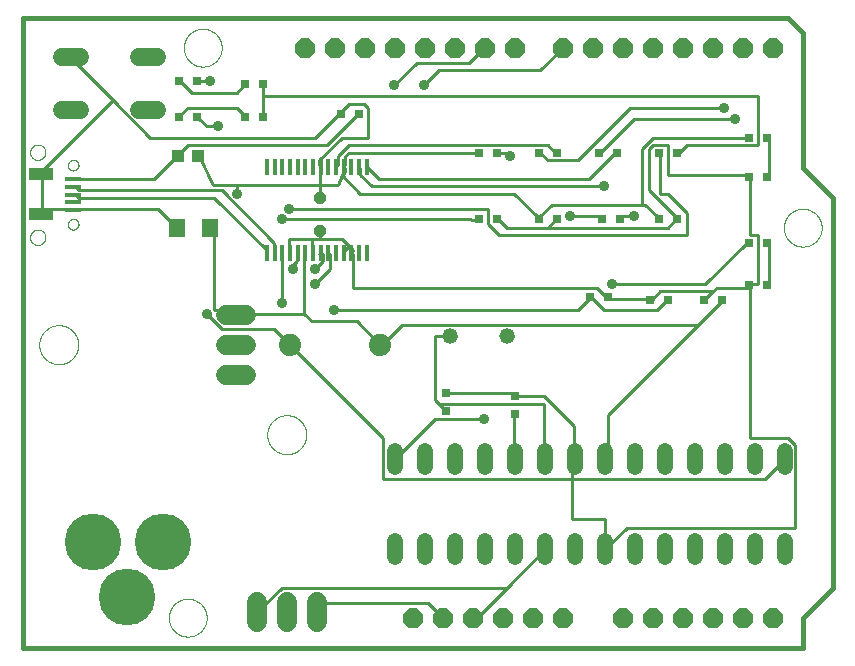
<source format=gtl>
G75*
%MOIN*%
%OFA0B0*%
%FSLAX25Y25*%
%IPPOS*%
%LPD*%
%AMOC8*
5,1,8,0,0,1.08239X$1,22.5*
%
%ADD10C,0.01600*%
%ADD11C,0.06600*%
%ADD12C,0.00000*%
%ADD13C,0.05200*%
%ADD14C,0.06000*%
%ADD15OC8,0.06600*%
%ADD16C,0.18898*%
%ADD17C,0.05200*%
%ADD18C,0.07400*%
%ADD19R,0.03150X0.03150*%
%ADD20R,0.05512X0.06299*%
%ADD21R,0.04331X0.03937*%
%ADD22R,0.01370X0.05500*%
%ADD23R,0.05315X0.01378*%
%ADD24R,0.08268X0.04331*%
%ADD25C,0.01000*%
%ADD26C,0.03600*%
%ADD27OC8,0.03962*%
D10*
X0027000Y0006800D02*
X0027000Y0216800D01*
X0282000Y0216800D01*
X0287000Y0211800D01*
X0287000Y0166800D01*
X0297000Y0156800D01*
X0297000Y0026800D01*
X0287000Y0016800D01*
X0287000Y0006800D01*
X0027000Y0006800D01*
D11*
X0105000Y0015500D02*
X0105000Y0022100D01*
X0115000Y0022100D02*
X0115000Y0015500D01*
X0125000Y0015500D02*
X0125000Y0022100D01*
X0101300Y0097800D02*
X0094700Y0097800D01*
X0094700Y0107800D02*
X0101300Y0107800D01*
X0101300Y0117800D02*
X0094700Y0117800D01*
D12*
X0042039Y0147957D02*
X0042041Y0148041D01*
X0042047Y0148124D01*
X0042057Y0148207D01*
X0042071Y0148290D01*
X0042088Y0148372D01*
X0042110Y0148453D01*
X0042135Y0148532D01*
X0042164Y0148611D01*
X0042197Y0148688D01*
X0042233Y0148763D01*
X0042273Y0148837D01*
X0042316Y0148909D01*
X0042363Y0148978D01*
X0042413Y0149045D01*
X0042466Y0149110D01*
X0042522Y0149172D01*
X0042580Y0149232D01*
X0042642Y0149289D01*
X0042706Y0149342D01*
X0042773Y0149393D01*
X0042842Y0149440D01*
X0042913Y0149485D01*
X0042986Y0149525D01*
X0043061Y0149562D01*
X0043138Y0149596D01*
X0043216Y0149626D01*
X0043295Y0149652D01*
X0043376Y0149675D01*
X0043458Y0149693D01*
X0043540Y0149708D01*
X0043623Y0149719D01*
X0043706Y0149726D01*
X0043790Y0149729D01*
X0043874Y0149728D01*
X0043957Y0149723D01*
X0044041Y0149714D01*
X0044123Y0149701D01*
X0044205Y0149685D01*
X0044286Y0149664D01*
X0044367Y0149640D01*
X0044445Y0149612D01*
X0044523Y0149580D01*
X0044599Y0149544D01*
X0044673Y0149505D01*
X0044745Y0149463D01*
X0044815Y0149417D01*
X0044883Y0149368D01*
X0044948Y0149316D01*
X0045011Y0149261D01*
X0045071Y0149203D01*
X0045129Y0149142D01*
X0045183Y0149078D01*
X0045235Y0149012D01*
X0045283Y0148944D01*
X0045328Y0148873D01*
X0045369Y0148800D01*
X0045408Y0148726D01*
X0045442Y0148650D01*
X0045473Y0148572D01*
X0045500Y0148493D01*
X0045524Y0148412D01*
X0045543Y0148331D01*
X0045559Y0148249D01*
X0045571Y0148166D01*
X0045579Y0148082D01*
X0045583Y0147999D01*
X0045583Y0147915D01*
X0045579Y0147832D01*
X0045571Y0147748D01*
X0045559Y0147665D01*
X0045543Y0147583D01*
X0045524Y0147502D01*
X0045500Y0147421D01*
X0045473Y0147342D01*
X0045442Y0147264D01*
X0045408Y0147188D01*
X0045369Y0147114D01*
X0045328Y0147041D01*
X0045283Y0146970D01*
X0045235Y0146902D01*
X0045183Y0146836D01*
X0045129Y0146772D01*
X0045071Y0146711D01*
X0045011Y0146653D01*
X0044948Y0146598D01*
X0044883Y0146546D01*
X0044815Y0146497D01*
X0044745Y0146451D01*
X0044673Y0146409D01*
X0044599Y0146370D01*
X0044523Y0146334D01*
X0044445Y0146302D01*
X0044367Y0146274D01*
X0044286Y0146250D01*
X0044205Y0146229D01*
X0044123Y0146213D01*
X0044041Y0146200D01*
X0043957Y0146191D01*
X0043874Y0146186D01*
X0043790Y0146185D01*
X0043706Y0146188D01*
X0043623Y0146195D01*
X0043540Y0146206D01*
X0043458Y0146221D01*
X0043376Y0146239D01*
X0043295Y0146262D01*
X0043216Y0146288D01*
X0043138Y0146318D01*
X0043061Y0146352D01*
X0042986Y0146389D01*
X0042913Y0146429D01*
X0042842Y0146474D01*
X0042773Y0146521D01*
X0042706Y0146572D01*
X0042642Y0146625D01*
X0042580Y0146682D01*
X0042522Y0146742D01*
X0042466Y0146804D01*
X0042413Y0146869D01*
X0042363Y0146936D01*
X0042316Y0147005D01*
X0042273Y0147077D01*
X0042233Y0147151D01*
X0042197Y0147226D01*
X0042164Y0147303D01*
X0042135Y0147382D01*
X0042110Y0147461D01*
X0042088Y0147542D01*
X0042071Y0147624D01*
X0042057Y0147707D01*
X0042047Y0147790D01*
X0042041Y0147873D01*
X0042039Y0147957D01*
X0029441Y0143627D02*
X0029443Y0143728D01*
X0029449Y0143829D01*
X0029459Y0143930D01*
X0029473Y0144030D01*
X0029491Y0144129D01*
X0029513Y0144228D01*
X0029538Y0144326D01*
X0029568Y0144423D01*
X0029601Y0144518D01*
X0029638Y0144612D01*
X0029679Y0144705D01*
X0029723Y0144796D01*
X0029771Y0144885D01*
X0029823Y0144972D01*
X0029878Y0145057D01*
X0029936Y0145139D01*
X0029997Y0145220D01*
X0030062Y0145298D01*
X0030129Y0145373D01*
X0030199Y0145445D01*
X0030273Y0145515D01*
X0030349Y0145582D01*
X0030427Y0145646D01*
X0030508Y0145706D01*
X0030591Y0145763D01*
X0030677Y0145817D01*
X0030765Y0145868D01*
X0030854Y0145915D01*
X0030945Y0145959D01*
X0031038Y0145998D01*
X0031133Y0146035D01*
X0031228Y0146067D01*
X0031325Y0146096D01*
X0031424Y0146120D01*
X0031522Y0146141D01*
X0031622Y0146158D01*
X0031722Y0146171D01*
X0031823Y0146180D01*
X0031924Y0146185D01*
X0032025Y0146186D01*
X0032126Y0146183D01*
X0032227Y0146176D01*
X0032328Y0146165D01*
X0032428Y0146150D01*
X0032527Y0146131D01*
X0032626Y0146108D01*
X0032723Y0146082D01*
X0032820Y0146051D01*
X0032915Y0146017D01*
X0033008Y0145979D01*
X0033101Y0145937D01*
X0033191Y0145892D01*
X0033280Y0145843D01*
X0033366Y0145791D01*
X0033450Y0145735D01*
X0033533Y0145676D01*
X0033612Y0145614D01*
X0033690Y0145549D01*
X0033764Y0145481D01*
X0033836Y0145409D01*
X0033905Y0145336D01*
X0033971Y0145259D01*
X0034034Y0145180D01*
X0034094Y0145098D01*
X0034150Y0145014D01*
X0034203Y0144928D01*
X0034253Y0144840D01*
X0034299Y0144750D01*
X0034342Y0144659D01*
X0034381Y0144565D01*
X0034416Y0144470D01*
X0034447Y0144374D01*
X0034475Y0144277D01*
X0034499Y0144179D01*
X0034519Y0144080D01*
X0034535Y0143980D01*
X0034547Y0143879D01*
X0034555Y0143779D01*
X0034559Y0143678D01*
X0034559Y0143576D01*
X0034555Y0143475D01*
X0034547Y0143375D01*
X0034535Y0143274D01*
X0034519Y0143174D01*
X0034499Y0143075D01*
X0034475Y0142977D01*
X0034447Y0142880D01*
X0034416Y0142784D01*
X0034381Y0142689D01*
X0034342Y0142595D01*
X0034299Y0142504D01*
X0034253Y0142414D01*
X0034203Y0142326D01*
X0034150Y0142240D01*
X0034094Y0142156D01*
X0034034Y0142074D01*
X0033971Y0141995D01*
X0033905Y0141918D01*
X0033836Y0141845D01*
X0033764Y0141773D01*
X0033690Y0141705D01*
X0033612Y0141640D01*
X0033533Y0141578D01*
X0033450Y0141519D01*
X0033366Y0141463D01*
X0033279Y0141411D01*
X0033191Y0141362D01*
X0033101Y0141317D01*
X0033008Y0141275D01*
X0032915Y0141237D01*
X0032820Y0141203D01*
X0032723Y0141172D01*
X0032626Y0141146D01*
X0032527Y0141123D01*
X0032428Y0141104D01*
X0032328Y0141089D01*
X0032227Y0141078D01*
X0032126Y0141071D01*
X0032025Y0141068D01*
X0031924Y0141069D01*
X0031823Y0141074D01*
X0031722Y0141083D01*
X0031622Y0141096D01*
X0031522Y0141113D01*
X0031424Y0141134D01*
X0031325Y0141158D01*
X0031228Y0141187D01*
X0031133Y0141219D01*
X0031038Y0141256D01*
X0030945Y0141295D01*
X0030854Y0141339D01*
X0030765Y0141386D01*
X0030677Y0141437D01*
X0030591Y0141491D01*
X0030508Y0141548D01*
X0030427Y0141608D01*
X0030349Y0141672D01*
X0030273Y0141739D01*
X0030199Y0141809D01*
X0030129Y0141881D01*
X0030062Y0141956D01*
X0029997Y0142034D01*
X0029936Y0142115D01*
X0029878Y0142197D01*
X0029823Y0142282D01*
X0029771Y0142369D01*
X0029723Y0142458D01*
X0029679Y0142549D01*
X0029638Y0142642D01*
X0029601Y0142736D01*
X0029568Y0142831D01*
X0029538Y0142928D01*
X0029513Y0143026D01*
X0029491Y0143125D01*
X0029473Y0143224D01*
X0029459Y0143324D01*
X0029449Y0143425D01*
X0029443Y0143526D01*
X0029441Y0143627D01*
X0042039Y0167643D02*
X0042041Y0167727D01*
X0042047Y0167810D01*
X0042057Y0167893D01*
X0042071Y0167976D01*
X0042088Y0168058D01*
X0042110Y0168139D01*
X0042135Y0168218D01*
X0042164Y0168297D01*
X0042197Y0168374D01*
X0042233Y0168449D01*
X0042273Y0168523D01*
X0042316Y0168595D01*
X0042363Y0168664D01*
X0042413Y0168731D01*
X0042466Y0168796D01*
X0042522Y0168858D01*
X0042580Y0168918D01*
X0042642Y0168975D01*
X0042706Y0169028D01*
X0042773Y0169079D01*
X0042842Y0169126D01*
X0042913Y0169171D01*
X0042986Y0169211D01*
X0043061Y0169248D01*
X0043138Y0169282D01*
X0043216Y0169312D01*
X0043295Y0169338D01*
X0043376Y0169361D01*
X0043458Y0169379D01*
X0043540Y0169394D01*
X0043623Y0169405D01*
X0043706Y0169412D01*
X0043790Y0169415D01*
X0043874Y0169414D01*
X0043957Y0169409D01*
X0044041Y0169400D01*
X0044123Y0169387D01*
X0044205Y0169371D01*
X0044286Y0169350D01*
X0044367Y0169326D01*
X0044445Y0169298D01*
X0044523Y0169266D01*
X0044599Y0169230D01*
X0044673Y0169191D01*
X0044745Y0169149D01*
X0044815Y0169103D01*
X0044883Y0169054D01*
X0044948Y0169002D01*
X0045011Y0168947D01*
X0045071Y0168889D01*
X0045129Y0168828D01*
X0045183Y0168764D01*
X0045235Y0168698D01*
X0045283Y0168630D01*
X0045328Y0168559D01*
X0045369Y0168486D01*
X0045408Y0168412D01*
X0045442Y0168336D01*
X0045473Y0168258D01*
X0045500Y0168179D01*
X0045524Y0168098D01*
X0045543Y0168017D01*
X0045559Y0167935D01*
X0045571Y0167852D01*
X0045579Y0167768D01*
X0045583Y0167685D01*
X0045583Y0167601D01*
X0045579Y0167518D01*
X0045571Y0167434D01*
X0045559Y0167351D01*
X0045543Y0167269D01*
X0045524Y0167188D01*
X0045500Y0167107D01*
X0045473Y0167028D01*
X0045442Y0166950D01*
X0045408Y0166874D01*
X0045369Y0166800D01*
X0045328Y0166727D01*
X0045283Y0166656D01*
X0045235Y0166588D01*
X0045183Y0166522D01*
X0045129Y0166458D01*
X0045071Y0166397D01*
X0045011Y0166339D01*
X0044948Y0166284D01*
X0044883Y0166232D01*
X0044815Y0166183D01*
X0044745Y0166137D01*
X0044673Y0166095D01*
X0044599Y0166056D01*
X0044523Y0166020D01*
X0044445Y0165988D01*
X0044367Y0165960D01*
X0044286Y0165936D01*
X0044205Y0165915D01*
X0044123Y0165899D01*
X0044041Y0165886D01*
X0043957Y0165877D01*
X0043874Y0165872D01*
X0043790Y0165871D01*
X0043706Y0165874D01*
X0043623Y0165881D01*
X0043540Y0165892D01*
X0043458Y0165907D01*
X0043376Y0165925D01*
X0043295Y0165948D01*
X0043216Y0165974D01*
X0043138Y0166004D01*
X0043061Y0166038D01*
X0042986Y0166075D01*
X0042913Y0166115D01*
X0042842Y0166160D01*
X0042773Y0166207D01*
X0042706Y0166258D01*
X0042642Y0166311D01*
X0042580Y0166368D01*
X0042522Y0166428D01*
X0042466Y0166490D01*
X0042413Y0166555D01*
X0042363Y0166622D01*
X0042316Y0166691D01*
X0042273Y0166763D01*
X0042233Y0166837D01*
X0042197Y0166912D01*
X0042164Y0166989D01*
X0042135Y0167068D01*
X0042110Y0167147D01*
X0042088Y0167228D01*
X0042071Y0167310D01*
X0042057Y0167393D01*
X0042047Y0167476D01*
X0042041Y0167559D01*
X0042039Y0167643D01*
X0029441Y0171973D02*
X0029443Y0172074D01*
X0029449Y0172175D01*
X0029459Y0172276D01*
X0029473Y0172376D01*
X0029491Y0172475D01*
X0029513Y0172574D01*
X0029538Y0172672D01*
X0029568Y0172769D01*
X0029601Y0172864D01*
X0029638Y0172958D01*
X0029679Y0173051D01*
X0029723Y0173142D01*
X0029771Y0173231D01*
X0029823Y0173318D01*
X0029878Y0173403D01*
X0029936Y0173485D01*
X0029997Y0173566D01*
X0030062Y0173644D01*
X0030129Y0173719D01*
X0030199Y0173791D01*
X0030273Y0173861D01*
X0030349Y0173928D01*
X0030427Y0173992D01*
X0030508Y0174052D01*
X0030591Y0174109D01*
X0030677Y0174163D01*
X0030765Y0174214D01*
X0030854Y0174261D01*
X0030945Y0174305D01*
X0031038Y0174344D01*
X0031133Y0174381D01*
X0031228Y0174413D01*
X0031325Y0174442D01*
X0031424Y0174466D01*
X0031522Y0174487D01*
X0031622Y0174504D01*
X0031722Y0174517D01*
X0031823Y0174526D01*
X0031924Y0174531D01*
X0032025Y0174532D01*
X0032126Y0174529D01*
X0032227Y0174522D01*
X0032328Y0174511D01*
X0032428Y0174496D01*
X0032527Y0174477D01*
X0032626Y0174454D01*
X0032723Y0174428D01*
X0032820Y0174397D01*
X0032915Y0174363D01*
X0033008Y0174325D01*
X0033101Y0174283D01*
X0033191Y0174238D01*
X0033280Y0174189D01*
X0033366Y0174137D01*
X0033450Y0174081D01*
X0033533Y0174022D01*
X0033612Y0173960D01*
X0033690Y0173895D01*
X0033764Y0173827D01*
X0033836Y0173755D01*
X0033905Y0173682D01*
X0033971Y0173605D01*
X0034034Y0173526D01*
X0034094Y0173444D01*
X0034150Y0173360D01*
X0034203Y0173274D01*
X0034253Y0173186D01*
X0034299Y0173096D01*
X0034342Y0173005D01*
X0034381Y0172911D01*
X0034416Y0172816D01*
X0034447Y0172720D01*
X0034475Y0172623D01*
X0034499Y0172525D01*
X0034519Y0172426D01*
X0034535Y0172326D01*
X0034547Y0172225D01*
X0034555Y0172125D01*
X0034559Y0172024D01*
X0034559Y0171922D01*
X0034555Y0171821D01*
X0034547Y0171721D01*
X0034535Y0171620D01*
X0034519Y0171520D01*
X0034499Y0171421D01*
X0034475Y0171323D01*
X0034447Y0171226D01*
X0034416Y0171130D01*
X0034381Y0171035D01*
X0034342Y0170941D01*
X0034299Y0170850D01*
X0034253Y0170760D01*
X0034203Y0170672D01*
X0034150Y0170586D01*
X0034094Y0170502D01*
X0034034Y0170420D01*
X0033971Y0170341D01*
X0033905Y0170264D01*
X0033836Y0170191D01*
X0033764Y0170119D01*
X0033690Y0170051D01*
X0033612Y0169986D01*
X0033533Y0169924D01*
X0033450Y0169865D01*
X0033366Y0169809D01*
X0033279Y0169757D01*
X0033191Y0169708D01*
X0033101Y0169663D01*
X0033008Y0169621D01*
X0032915Y0169583D01*
X0032820Y0169549D01*
X0032723Y0169518D01*
X0032626Y0169492D01*
X0032527Y0169469D01*
X0032428Y0169450D01*
X0032328Y0169435D01*
X0032227Y0169424D01*
X0032126Y0169417D01*
X0032025Y0169414D01*
X0031924Y0169415D01*
X0031823Y0169420D01*
X0031722Y0169429D01*
X0031622Y0169442D01*
X0031522Y0169459D01*
X0031424Y0169480D01*
X0031325Y0169504D01*
X0031228Y0169533D01*
X0031133Y0169565D01*
X0031038Y0169602D01*
X0030945Y0169641D01*
X0030854Y0169685D01*
X0030765Y0169732D01*
X0030677Y0169783D01*
X0030591Y0169837D01*
X0030508Y0169894D01*
X0030427Y0169954D01*
X0030349Y0170018D01*
X0030273Y0170085D01*
X0030199Y0170155D01*
X0030129Y0170227D01*
X0030062Y0170302D01*
X0029997Y0170380D01*
X0029936Y0170461D01*
X0029878Y0170543D01*
X0029823Y0170628D01*
X0029771Y0170715D01*
X0029723Y0170804D01*
X0029679Y0170895D01*
X0029638Y0170988D01*
X0029601Y0171082D01*
X0029568Y0171177D01*
X0029538Y0171274D01*
X0029513Y0171372D01*
X0029491Y0171471D01*
X0029473Y0171570D01*
X0029459Y0171670D01*
X0029449Y0171771D01*
X0029443Y0171872D01*
X0029441Y0171973D01*
X0080701Y0206800D02*
X0080703Y0206958D01*
X0080709Y0207116D01*
X0080719Y0207274D01*
X0080733Y0207432D01*
X0080751Y0207589D01*
X0080772Y0207746D01*
X0080798Y0207902D01*
X0080828Y0208058D01*
X0080861Y0208213D01*
X0080899Y0208366D01*
X0080940Y0208519D01*
X0080985Y0208671D01*
X0081034Y0208822D01*
X0081087Y0208971D01*
X0081143Y0209119D01*
X0081203Y0209265D01*
X0081267Y0209410D01*
X0081335Y0209553D01*
X0081406Y0209695D01*
X0081480Y0209835D01*
X0081558Y0209972D01*
X0081640Y0210108D01*
X0081724Y0210242D01*
X0081813Y0210373D01*
X0081904Y0210502D01*
X0081999Y0210629D01*
X0082096Y0210754D01*
X0082197Y0210876D01*
X0082301Y0210995D01*
X0082408Y0211112D01*
X0082518Y0211226D01*
X0082631Y0211337D01*
X0082746Y0211446D01*
X0082864Y0211551D01*
X0082985Y0211653D01*
X0083108Y0211753D01*
X0083234Y0211849D01*
X0083362Y0211942D01*
X0083492Y0212032D01*
X0083625Y0212118D01*
X0083760Y0212202D01*
X0083896Y0212281D01*
X0084035Y0212358D01*
X0084176Y0212430D01*
X0084318Y0212500D01*
X0084462Y0212565D01*
X0084608Y0212627D01*
X0084755Y0212685D01*
X0084904Y0212740D01*
X0085054Y0212791D01*
X0085205Y0212838D01*
X0085357Y0212881D01*
X0085510Y0212920D01*
X0085665Y0212956D01*
X0085820Y0212987D01*
X0085976Y0213015D01*
X0086132Y0213039D01*
X0086289Y0213059D01*
X0086447Y0213075D01*
X0086604Y0213087D01*
X0086763Y0213095D01*
X0086921Y0213099D01*
X0087079Y0213099D01*
X0087237Y0213095D01*
X0087396Y0213087D01*
X0087553Y0213075D01*
X0087711Y0213059D01*
X0087868Y0213039D01*
X0088024Y0213015D01*
X0088180Y0212987D01*
X0088335Y0212956D01*
X0088490Y0212920D01*
X0088643Y0212881D01*
X0088795Y0212838D01*
X0088946Y0212791D01*
X0089096Y0212740D01*
X0089245Y0212685D01*
X0089392Y0212627D01*
X0089538Y0212565D01*
X0089682Y0212500D01*
X0089824Y0212430D01*
X0089965Y0212358D01*
X0090104Y0212281D01*
X0090240Y0212202D01*
X0090375Y0212118D01*
X0090508Y0212032D01*
X0090638Y0211942D01*
X0090766Y0211849D01*
X0090892Y0211753D01*
X0091015Y0211653D01*
X0091136Y0211551D01*
X0091254Y0211446D01*
X0091369Y0211337D01*
X0091482Y0211226D01*
X0091592Y0211112D01*
X0091699Y0210995D01*
X0091803Y0210876D01*
X0091904Y0210754D01*
X0092001Y0210629D01*
X0092096Y0210502D01*
X0092187Y0210373D01*
X0092276Y0210242D01*
X0092360Y0210108D01*
X0092442Y0209972D01*
X0092520Y0209835D01*
X0092594Y0209695D01*
X0092665Y0209553D01*
X0092733Y0209410D01*
X0092797Y0209265D01*
X0092857Y0209119D01*
X0092913Y0208971D01*
X0092966Y0208822D01*
X0093015Y0208671D01*
X0093060Y0208519D01*
X0093101Y0208366D01*
X0093139Y0208213D01*
X0093172Y0208058D01*
X0093202Y0207902D01*
X0093228Y0207746D01*
X0093249Y0207589D01*
X0093267Y0207432D01*
X0093281Y0207274D01*
X0093291Y0207116D01*
X0093297Y0206958D01*
X0093299Y0206800D01*
X0093297Y0206642D01*
X0093291Y0206484D01*
X0093281Y0206326D01*
X0093267Y0206168D01*
X0093249Y0206011D01*
X0093228Y0205854D01*
X0093202Y0205698D01*
X0093172Y0205542D01*
X0093139Y0205387D01*
X0093101Y0205234D01*
X0093060Y0205081D01*
X0093015Y0204929D01*
X0092966Y0204778D01*
X0092913Y0204629D01*
X0092857Y0204481D01*
X0092797Y0204335D01*
X0092733Y0204190D01*
X0092665Y0204047D01*
X0092594Y0203905D01*
X0092520Y0203765D01*
X0092442Y0203628D01*
X0092360Y0203492D01*
X0092276Y0203358D01*
X0092187Y0203227D01*
X0092096Y0203098D01*
X0092001Y0202971D01*
X0091904Y0202846D01*
X0091803Y0202724D01*
X0091699Y0202605D01*
X0091592Y0202488D01*
X0091482Y0202374D01*
X0091369Y0202263D01*
X0091254Y0202154D01*
X0091136Y0202049D01*
X0091015Y0201947D01*
X0090892Y0201847D01*
X0090766Y0201751D01*
X0090638Y0201658D01*
X0090508Y0201568D01*
X0090375Y0201482D01*
X0090240Y0201398D01*
X0090104Y0201319D01*
X0089965Y0201242D01*
X0089824Y0201170D01*
X0089682Y0201100D01*
X0089538Y0201035D01*
X0089392Y0200973D01*
X0089245Y0200915D01*
X0089096Y0200860D01*
X0088946Y0200809D01*
X0088795Y0200762D01*
X0088643Y0200719D01*
X0088490Y0200680D01*
X0088335Y0200644D01*
X0088180Y0200613D01*
X0088024Y0200585D01*
X0087868Y0200561D01*
X0087711Y0200541D01*
X0087553Y0200525D01*
X0087396Y0200513D01*
X0087237Y0200505D01*
X0087079Y0200501D01*
X0086921Y0200501D01*
X0086763Y0200505D01*
X0086604Y0200513D01*
X0086447Y0200525D01*
X0086289Y0200541D01*
X0086132Y0200561D01*
X0085976Y0200585D01*
X0085820Y0200613D01*
X0085665Y0200644D01*
X0085510Y0200680D01*
X0085357Y0200719D01*
X0085205Y0200762D01*
X0085054Y0200809D01*
X0084904Y0200860D01*
X0084755Y0200915D01*
X0084608Y0200973D01*
X0084462Y0201035D01*
X0084318Y0201100D01*
X0084176Y0201170D01*
X0084035Y0201242D01*
X0083896Y0201319D01*
X0083760Y0201398D01*
X0083625Y0201482D01*
X0083492Y0201568D01*
X0083362Y0201658D01*
X0083234Y0201751D01*
X0083108Y0201847D01*
X0082985Y0201947D01*
X0082864Y0202049D01*
X0082746Y0202154D01*
X0082631Y0202263D01*
X0082518Y0202374D01*
X0082408Y0202488D01*
X0082301Y0202605D01*
X0082197Y0202724D01*
X0082096Y0202846D01*
X0081999Y0202971D01*
X0081904Y0203098D01*
X0081813Y0203227D01*
X0081724Y0203358D01*
X0081640Y0203492D01*
X0081558Y0203628D01*
X0081480Y0203765D01*
X0081406Y0203905D01*
X0081335Y0204047D01*
X0081267Y0204190D01*
X0081203Y0204335D01*
X0081143Y0204481D01*
X0081087Y0204629D01*
X0081034Y0204778D01*
X0080985Y0204929D01*
X0080940Y0205081D01*
X0080899Y0205234D01*
X0080861Y0205387D01*
X0080828Y0205542D01*
X0080798Y0205698D01*
X0080772Y0205854D01*
X0080751Y0206011D01*
X0080733Y0206168D01*
X0080719Y0206326D01*
X0080709Y0206484D01*
X0080703Y0206642D01*
X0080701Y0206800D01*
X0032500Y0107800D02*
X0032502Y0107961D01*
X0032508Y0108121D01*
X0032518Y0108282D01*
X0032532Y0108442D01*
X0032550Y0108602D01*
X0032571Y0108761D01*
X0032597Y0108920D01*
X0032627Y0109078D01*
X0032660Y0109235D01*
X0032698Y0109392D01*
X0032739Y0109547D01*
X0032784Y0109701D01*
X0032833Y0109854D01*
X0032886Y0110006D01*
X0032942Y0110157D01*
X0033003Y0110306D01*
X0033066Y0110454D01*
X0033134Y0110600D01*
X0033205Y0110744D01*
X0033279Y0110886D01*
X0033357Y0111027D01*
X0033439Y0111165D01*
X0033524Y0111302D01*
X0033612Y0111436D01*
X0033704Y0111568D01*
X0033799Y0111698D01*
X0033897Y0111826D01*
X0033998Y0111951D01*
X0034102Y0112073D01*
X0034209Y0112193D01*
X0034319Y0112310D01*
X0034432Y0112425D01*
X0034548Y0112536D01*
X0034667Y0112645D01*
X0034788Y0112750D01*
X0034912Y0112853D01*
X0035038Y0112953D01*
X0035166Y0113049D01*
X0035297Y0113142D01*
X0035431Y0113232D01*
X0035566Y0113319D01*
X0035704Y0113402D01*
X0035843Y0113482D01*
X0035985Y0113558D01*
X0036128Y0113631D01*
X0036273Y0113700D01*
X0036420Y0113766D01*
X0036568Y0113828D01*
X0036718Y0113886D01*
X0036869Y0113941D01*
X0037022Y0113992D01*
X0037176Y0114039D01*
X0037331Y0114082D01*
X0037487Y0114121D01*
X0037643Y0114157D01*
X0037801Y0114188D01*
X0037959Y0114216D01*
X0038118Y0114240D01*
X0038278Y0114260D01*
X0038438Y0114276D01*
X0038598Y0114288D01*
X0038759Y0114296D01*
X0038920Y0114300D01*
X0039080Y0114300D01*
X0039241Y0114296D01*
X0039402Y0114288D01*
X0039562Y0114276D01*
X0039722Y0114260D01*
X0039882Y0114240D01*
X0040041Y0114216D01*
X0040199Y0114188D01*
X0040357Y0114157D01*
X0040513Y0114121D01*
X0040669Y0114082D01*
X0040824Y0114039D01*
X0040978Y0113992D01*
X0041131Y0113941D01*
X0041282Y0113886D01*
X0041432Y0113828D01*
X0041580Y0113766D01*
X0041727Y0113700D01*
X0041872Y0113631D01*
X0042015Y0113558D01*
X0042157Y0113482D01*
X0042296Y0113402D01*
X0042434Y0113319D01*
X0042569Y0113232D01*
X0042703Y0113142D01*
X0042834Y0113049D01*
X0042962Y0112953D01*
X0043088Y0112853D01*
X0043212Y0112750D01*
X0043333Y0112645D01*
X0043452Y0112536D01*
X0043568Y0112425D01*
X0043681Y0112310D01*
X0043791Y0112193D01*
X0043898Y0112073D01*
X0044002Y0111951D01*
X0044103Y0111826D01*
X0044201Y0111698D01*
X0044296Y0111568D01*
X0044388Y0111436D01*
X0044476Y0111302D01*
X0044561Y0111165D01*
X0044643Y0111027D01*
X0044721Y0110886D01*
X0044795Y0110744D01*
X0044866Y0110600D01*
X0044934Y0110454D01*
X0044997Y0110306D01*
X0045058Y0110157D01*
X0045114Y0110006D01*
X0045167Y0109854D01*
X0045216Y0109701D01*
X0045261Y0109547D01*
X0045302Y0109392D01*
X0045340Y0109235D01*
X0045373Y0109078D01*
X0045403Y0108920D01*
X0045429Y0108761D01*
X0045450Y0108602D01*
X0045468Y0108442D01*
X0045482Y0108282D01*
X0045492Y0108121D01*
X0045498Y0107961D01*
X0045500Y0107800D01*
X0045498Y0107639D01*
X0045492Y0107479D01*
X0045482Y0107318D01*
X0045468Y0107158D01*
X0045450Y0106998D01*
X0045429Y0106839D01*
X0045403Y0106680D01*
X0045373Y0106522D01*
X0045340Y0106365D01*
X0045302Y0106208D01*
X0045261Y0106053D01*
X0045216Y0105899D01*
X0045167Y0105746D01*
X0045114Y0105594D01*
X0045058Y0105443D01*
X0044997Y0105294D01*
X0044934Y0105146D01*
X0044866Y0105000D01*
X0044795Y0104856D01*
X0044721Y0104714D01*
X0044643Y0104573D01*
X0044561Y0104435D01*
X0044476Y0104298D01*
X0044388Y0104164D01*
X0044296Y0104032D01*
X0044201Y0103902D01*
X0044103Y0103774D01*
X0044002Y0103649D01*
X0043898Y0103527D01*
X0043791Y0103407D01*
X0043681Y0103290D01*
X0043568Y0103175D01*
X0043452Y0103064D01*
X0043333Y0102955D01*
X0043212Y0102850D01*
X0043088Y0102747D01*
X0042962Y0102647D01*
X0042834Y0102551D01*
X0042703Y0102458D01*
X0042569Y0102368D01*
X0042434Y0102281D01*
X0042296Y0102198D01*
X0042157Y0102118D01*
X0042015Y0102042D01*
X0041872Y0101969D01*
X0041727Y0101900D01*
X0041580Y0101834D01*
X0041432Y0101772D01*
X0041282Y0101714D01*
X0041131Y0101659D01*
X0040978Y0101608D01*
X0040824Y0101561D01*
X0040669Y0101518D01*
X0040513Y0101479D01*
X0040357Y0101443D01*
X0040199Y0101412D01*
X0040041Y0101384D01*
X0039882Y0101360D01*
X0039722Y0101340D01*
X0039562Y0101324D01*
X0039402Y0101312D01*
X0039241Y0101304D01*
X0039080Y0101300D01*
X0038920Y0101300D01*
X0038759Y0101304D01*
X0038598Y0101312D01*
X0038438Y0101324D01*
X0038278Y0101340D01*
X0038118Y0101360D01*
X0037959Y0101384D01*
X0037801Y0101412D01*
X0037643Y0101443D01*
X0037487Y0101479D01*
X0037331Y0101518D01*
X0037176Y0101561D01*
X0037022Y0101608D01*
X0036869Y0101659D01*
X0036718Y0101714D01*
X0036568Y0101772D01*
X0036420Y0101834D01*
X0036273Y0101900D01*
X0036128Y0101969D01*
X0035985Y0102042D01*
X0035843Y0102118D01*
X0035704Y0102198D01*
X0035566Y0102281D01*
X0035431Y0102368D01*
X0035297Y0102458D01*
X0035166Y0102551D01*
X0035038Y0102647D01*
X0034912Y0102747D01*
X0034788Y0102850D01*
X0034667Y0102955D01*
X0034548Y0103064D01*
X0034432Y0103175D01*
X0034319Y0103290D01*
X0034209Y0103407D01*
X0034102Y0103527D01*
X0033998Y0103649D01*
X0033897Y0103774D01*
X0033799Y0103902D01*
X0033704Y0104032D01*
X0033612Y0104164D01*
X0033524Y0104298D01*
X0033439Y0104435D01*
X0033357Y0104573D01*
X0033279Y0104714D01*
X0033205Y0104856D01*
X0033134Y0105000D01*
X0033066Y0105146D01*
X0033003Y0105294D01*
X0032942Y0105443D01*
X0032886Y0105594D01*
X0032833Y0105746D01*
X0032784Y0105899D01*
X0032739Y0106053D01*
X0032698Y0106208D01*
X0032660Y0106365D01*
X0032627Y0106522D01*
X0032597Y0106680D01*
X0032571Y0106839D01*
X0032550Y0106998D01*
X0032532Y0107158D01*
X0032518Y0107318D01*
X0032508Y0107479D01*
X0032502Y0107639D01*
X0032500Y0107800D01*
X0108500Y0077800D02*
X0108502Y0077961D01*
X0108508Y0078121D01*
X0108518Y0078282D01*
X0108532Y0078442D01*
X0108550Y0078602D01*
X0108571Y0078761D01*
X0108597Y0078920D01*
X0108627Y0079078D01*
X0108660Y0079235D01*
X0108698Y0079392D01*
X0108739Y0079547D01*
X0108784Y0079701D01*
X0108833Y0079854D01*
X0108886Y0080006D01*
X0108942Y0080157D01*
X0109003Y0080306D01*
X0109066Y0080454D01*
X0109134Y0080600D01*
X0109205Y0080744D01*
X0109279Y0080886D01*
X0109357Y0081027D01*
X0109439Y0081165D01*
X0109524Y0081302D01*
X0109612Y0081436D01*
X0109704Y0081568D01*
X0109799Y0081698D01*
X0109897Y0081826D01*
X0109998Y0081951D01*
X0110102Y0082073D01*
X0110209Y0082193D01*
X0110319Y0082310D01*
X0110432Y0082425D01*
X0110548Y0082536D01*
X0110667Y0082645D01*
X0110788Y0082750D01*
X0110912Y0082853D01*
X0111038Y0082953D01*
X0111166Y0083049D01*
X0111297Y0083142D01*
X0111431Y0083232D01*
X0111566Y0083319D01*
X0111704Y0083402D01*
X0111843Y0083482D01*
X0111985Y0083558D01*
X0112128Y0083631D01*
X0112273Y0083700D01*
X0112420Y0083766D01*
X0112568Y0083828D01*
X0112718Y0083886D01*
X0112869Y0083941D01*
X0113022Y0083992D01*
X0113176Y0084039D01*
X0113331Y0084082D01*
X0113487Y0084121D01*
X0113643Y0084157D01*
X0113801Y0084188D01*
X0113959Y0084216D01*
X0114118Y0084240D01*
X0114278Y0084260D01*
X0114438Y0084276D01*
X0114598Y0084288D01*
X0114759Y0084296D01*
X0114920Y0084300D01*
X0115080Y0084300D01*
X0115241Y0084296D01*
X0115402Y0084288D01*
X0115562Y0084276D01*
X0115722Y0084260D01*
X0115882Y0084240D01*
X0116041Y0084216D01*
X0116199Y0084188D01*
X0116357Y0084157D01*
X0116513Y0084121D01*
X0116669Y0084082D01*
X0116824Y0084039D01*
X0116978Y0083992D01*
X0117131Y0083941D01*
X0117282Y0083886D01*
X0117432Y0083828D01*
X0117580Y0083766D01*
X0117727Y0083700D01*
X0117872Y0083631D01*
X0118015Y0083558D01*
X0118157Y0083482D01*
X0118296Y0083402D01*
X0118434Y0083319D01*
X0118569Y0083232D01*
X0118703Y0083142D01*
X0118834Y0083049D01*
X0118962Y0082953D01*
X0119088Y0082853D01*
X0119212Y0082750D01*
X0119333Y0082645D01*
X0119452Y0082536D01*
X0119568Y0082425D01*
X0119681Y0082310D01*
X0119791Y0082193D01*
X0119898Y0082073D01*
X0120002Y0081951D01*
X0120103Y0081826D01*
X0120201Y0081698D01*
X0120296Y0081568D01*
X0120388Y0081436D01*
X0120476Y0081302D01*
X0120561Y0081165D01*
X0120643Y0081027D01*
X0120721Y0080886D01*
X0120795Y0080744D01*
X0120866Y0080600D01*
X0120934Y0080454D01*
X0120997Y0080306D01*
X0121058Y0080157D01*
X0121114Y0080006D01*
X0121167Y0079854D01*
X0121216Y0079701D01*
X0121261Y0079547D01*
X0121302Y0079392D01*
X0121340Y0079235D01*
X0121373Y0079078D01*
X0121403Y0078920D01*
X0121429Y0078761D01*
X0121450Y0078602D01*
X0121468Y0078442D01*
X0121482Y0078282D01*
X0121492Y0078121D01*
X0121498Y0077961D01*
X0121500Y0077800D01*
X0121498Y0077639D01*
X0121492Y0077479D01*
X0121482Y0077318D01*
X0121468Y0077158D01*
X0121450Y0076998D01*
X0121429Y0076839D01*
X0121403Y0076680D01*
X0121373Y0076522D01*
X0121340Y0076365D01*
X0121302Y0076208D01*
X0121261Y0076053D01*
X0121216Y0075899D01*
X0121167Y0075746D01*
X0121114Y0075594D01*
X0121058Y0075443D01*
X0120997Y0075294D01*
X0120934Y0075146D01*
X0120866Y0075000D01*
X0120795Y0074856D01*
X0120721Y0074714D01*
X0120643Y0074573D01*
X0120561Y0074435D01*
X0120476Y0074298D01*
X0120388Y0074164D01*
X0120296Y0074032D01*
X0120201Y0073902D01*
X0120103Y0073774D01*
X0120002Y0073649D01*
X0119898Y0073527D01*
X0119791Y0073407D01*
X0119681Y0073290D01*
X0119568Y0073175D01*
X0119452Y0073064D01*
X0119333Y0072955D01*
X0119212Y0072850D01*
X0119088Y0072747D01*
X0118962Y0072647D01*
X0118834Y0072551D01*
X0118703Y0072458D01*
X0118569Y0072368D01*
X0118434Y0072281D01*
X0118296Y0072198D01*
X0118157Y0072118D01*
X0118015Y0072042D01*
X0117872Y0071969D01*
X0117727Y0071900D01*
X0117580Y0071834D01*
X0117432Y0071772D01*
X0117282Y0071714D01*
X0117131Y0071659D01*
X0116978Y0071608D01*
X0116824Y0071561D01*
X0116669Y0071518D01*
X0116513Y0071479D01*
X0116357Y0071443D01*
X0116199Y0071412D01*
X0116041Y0071384D01*
X0115882Y0071360D01*
X0115722Y0071340D01*
X0115562Y0071324D01*
X0115402Y0071312D01*
X0115241Y0071304D01*
X0115080Y0071300D01*
X0114920Y0071300D01*
X0114759Y0071304D01*
X0114598Y0071312D01*
X0114438Y0071324D01*
X0114278Y0071340D01*
X0114118Y0071360D01*
X0113959Y0071384D01*
X0113801Y0071412D01*
X0113643Y0071443D01*
X0113487Y0071479D01*
X0113331Y0071518D01*
X0113176Y0071561D01*
X0113022Y0071608D01*
X0112869Y0071659D01*
X0112718Y0071714D01*
X0112568Y0071772D01*
X0112420Y0071834D01*
X0112273Y0071900D01*
X0112128Y0071969D01*
X0111985Y0072042D01*
X0111843Y0072118D01*
X0111704Y0072198D01*
X0111566Y0072281D01*
X0111431Y0072368D01*
X0111297Y0072458D01*
X0111166Y0072551D01*
X0111038Y0072647D01*
X0110912Y0072747D01*
X0110788Y0072850D01*
X0110667Y0072955D01*
X0110548Y0073064D01*
X0110432Y0073175D01*
X0110319Y0073290D01*
X0110209Y0073407D01*
X0110102Y0073527D01*
X0109998Y0073649D01*
X0109897Y0073774D01*
X0109799Y0073902D01*
X0109704Y0074032D01*
X0109612Y0074164D01*
X0109524Y0074298D01*
X0109439Y0074435D01*
X0109357Y0074573D01*
X0109279Y0074714D01*
X0109205Y0074856D01*
X0109134Y0075000D01*
X0109066Y0075146D01*
X0109003Y0075294D01*
X0108942Y0075443D01*
X0108886Y0075594D01*
X0108833Y0075746D01*
X0108784Y0075899D01*
X0108739Y0076053D01*
X0108698Y0076208D01*
X0108660Y0076365D01*
X0108627Y0076522D01*
X0108597Y0076680D01*
X0108571Y0076839D01*
X0108550Y0076998D01*
X0108532Y0077158D01*
X0108518Y0077318D01*
X0108508Y0077479D01*
X0108502Y0077639D01*
X0108500Y0077800D01*
X0075701Y0016800D02*
X0075703Y0016958D01*
X0075709Y0017116D01*
X0075719Y0017274D01*
X0075733Y0017432D01*
X0075751Y0017589D01*
X0075772Y0017746D01*
X0075798Y0017902D01*
X0075828Y0018058D01*
X0075861Y0018213D01*
X0075899Y0018366D01*
X0075940Y0018519D01*
X0075985Y0018671D01*
X0076034Y0018822D01*
X0076087Y0018971D01*
X0076143Y0019119D01*
X0076203Y0019265D01*
X0076267Y0019410D01*
X0076335Y0019553D01*
X0076406Y0019695D01*
X0076480Y0019835D01*
X0076558Y0019972D01*
X0076640Y0020108D01*
X0076724Y0020242D01*
X0076813Y0020373D01*
X0076904Y0020502D01*
X0076999Y0020629D01*
X0077096Y0020754D01*
X0077197Y0020876D01*
X0077301Y0020995D01*
X0077408Y0021112D01*
X0077518Y0021226D01*
X0077631Y0021337D01*
X0077746Y0021446D01*
X0077864Y0021551D01*
X0077985Y0021653D01*
X0078108Y0021753D01*
X0078234Y0021849D01*
X0078362Y0021942D01*
X0078492Y0022032D01*
X0078625Y0022118D01*
X0078760Y0022202D01*
X0078896Y0022281D01*
X0079035Y0022358D01*
X0079176Y0022430D01*
X0079318Y0022500D01*
X0079462Y0022565D01*
X0079608Y0022627D01*
X0079755Y0022685D01*
X0079904Y0022740D01*
X0080054Y0022791D01*
X0080205Y0022838D01*
X0080357Y0022881D01*
X0080510Y0022920D01*
X0080665Y0022956D01*
X0080820Y0022987D01*
X0080976Y0023015D01*
X0081132Y0023039D01*
X0081289Y0023059D01*
X0081447Y0023075D01*
X0081604Y0023087D01*
X0081763Y0023095D01*
X0081921Y0023099D01*
X0082079Y0023099D01*
X0082237Y0023095D01*
X0082396Y0023087D01*
X0082553Y0023075D01*
X0082711Y0023059D01*
X0082868Y0023039D01*
X0083024Y0023015D01*
X0083180Y0022987D01*
X0083335Y0022956D01*
X0083490Y0022920D01*
X0083643Y0022881D01*
X0083795Y0022838D01*
X0083946Y0022791D01*
X0084096Y0022740D01*
X0084245Y0022685D01*
X0084392Y0022627D01*
X0084538Y0022565D01*
X0084682Y0022500D01*
X0084824Y0022430D01*
X0084965Y0022358D01*
X0085104Y0022281D01*
X0085240Y0022202D01*
X0085375Y0022118D01*
X0085508Y0022032D01*
X0085638Y0021942D01*
X0085766Y0021849D01*
X0085892Y0021753D01*
X0086015Y0021653D01*
X0086136Y0021551D01*
X0086254Y0021446D01*
X0086369Y0021337D01*
X0086482Y0021226D01*
X0086592Y0021112D01*
X0086699Y0020995D01*
X0086803Y0020876D01*
X0086904Y0020754D01*
X0087001Y0020629D01*
X0087096Y0020502D01*
X0087187Y0020373D01*
X0087276Y0020242D01*
X0087360Y0020108D01*
X0087442Y0019972D01*
X0087520Y0019835D01*
X0087594Y0019695D01*
X0087665Y0019553D01*
X0087733Y0019410D01*
X0087797Y0019265D01*
X0087857Y0019119D01*
X0087913Y0018971D01*
X0087966Y0018822D01*
X0088015Y0018671D01*
X0088060Y0018519D01*
X0088101Y0018366D01*
X0088139Y0018213D01*
X0088172Y0018058D01*
X0088202Y0017902D01*
X0088228Y0017746D01*
X0088249Y0017589D01*
X0088267Y0017432D01*
X0088281Y0017274D01*
X0088291Y0017116D01*
X0088297Y0016958D01*
X0088299Y0016800D01*
X0088297Y0016642D01*
X0088291Y0016484D01*
X0088281Y0016326D01*
X0088267Y0016168D01*
X0088249Y0016011D01*
X0088228Y0015854D01*
X0088202Y0015698D01*
X0088172Y0015542D01*
X0088139Y0015387D01*
X0088101Y0015234D01*
X0088060Y0015081D01*
X0088015Y0014929D01*
X0087966Y0014778D01*
X0087913Y0014629D01*
X0087857Y0014481D01*
X0087797Y0014335D01*
X0087733Y0014190D01*
X0087665Y0014047D01*
X0087594Y0013905D01*
X0087520Y0013765D01*
X0087442Y0013628D01*
X0087360Y0013492D01*
X0087276Y0013358D01*
X0087187Y0013227D01*
X0087096Y0013098D01*
X0087001Y0012971D01*
X0086904Y0012846D01*
X0086803Y0012724D01*
X0086699Y0012605D01*
X0086592Y0012488D01*
X0086482Y0012374D01*
X0086369Y0012263D01*
X0086254Y0012154D01*
X0086136Y0012049D01*
X0086015Y0011947D01*
X0085892Y0011847D01*
X0085766Y0011751D01*
X0085638Y0011658D01*
X0085508Y0011568D01*
X0085375Y0011482D01*
X0085240Y0011398D01*
X0085104Y0011319D01*
X0084965Y0011242D01*
X0084824Y0011170D01*
X0084682Y0011100D01*
X0084538Y0011035D01*
X0084392Y0010973D01*
X0084245Y0010915D01*
X0084096Y0010860D01*
X0083946Y0010809D01*
X0083795Y0010762D01*
X0083643Y0010719D01*
X0083490Y0010680D01*
X0083335Y0010644D01*
X0083180Y0010613D01*
X0083024Y0010585D01*
X0082868Y0010561D01*
X0082711Y0010541D01*
X0082553Y0010525D01*
X0082396Y0010513D01*
X0082237Y0010505D01*
X0082079Y0010501D01*
X0081921Y0010501D01*
X0081763Y0010505D01*
X0081604Y0010513D01*
X0081447Y0010525D01*
X0081289Y0010541D01*
X0081132Y0010561D01*
X0080976Y0010585D01*
X0080820Y0010613D01*
X0080665Y0010644D01*
X0080510Y0010680D01*
X0080357Y0010719D01*
X0080205Y0010762D01*
X0080054Y0010809D01*
X0079904Y0010860D01*
X0079755Y0010915D01*
X0079608Y0010973D01*
X0079462Y0011035D01*
X0079318Y0011100D01*
X0079176Y0011170D01*
X0079035Y0011242D01*
X0078896Y0011319D01*
X0078760Y0011398D01*
X0078625Y0011482D01*
X0078492Y0011568D01*
X0078362Y0011658D01*
X0078234Y0011751D01*
X0078108Y0011847D01*
X0077985Y0011947D01*
X0077864Y0012049D01*
X0077746Y0012154D01*
X0077631Y0012263D01*
X0077518Y0012374D01*
X0077408Y0012488D01*
X0077301Y0012605D01*
X0077197Y0012724D01*
X0077096Y0012846D01*
X0076999Y0012971D01*
X0076904Y0013098D01*
X0076813Y0013227D01*
X0076724Y0013358D01*
X0076640Y0013492D01*
X0076558Y0013628D01*
X0076480Y0013765D01*
X0076406Y0013905D01*
X0076335Y0014047D01*
X0076267Y0014190D01*
X0076203Y0014335D01*
X0076143Y0014481D01*
X0076087Y0014629D01*
X0076034Y0014778D01*
X0075985Y0014929D01*
X0075940Y0015081D01*
X0075899Y0015234D01*
X0075861Y0015387D01*
X0075828Y0015542D01*
X0075798Y0015698D01*
X0075772Y0015854D01*
X0075751Y0016011D01*
X0075733Y0016168D01*
X0075719Y0016326D01*
X0075709Y0016484D01*
X0075703Y0016642D01*
X0075701Y0016800D01*
X0280701Y0146800D02*
X0280703Y0146958D01*
X0280709Y0147116D01*
X0280719Y0147274D01*
X0280733Y0147432D01*
X0280751Y0147589D01*
X0280772Y0147746D01*
X0280798Y0147902D01*
X0280828Y0148058D01*
X0280861Y0148213D01*
X0280899Y0148366D01*
X0280940Y0148519D01*
X0280985Y0148671D01*
X0281034Y0148822D01*
X0281087Y0148971D01*
X0281143Y0149119D01*
X0281203Y0149265D01*
X0281267Y0149410D01*
X0281335Y0149553D01*
X0281406Y0149695D01*
X0281480Y0149835D01*
X0281558Y0149972D01*
X0281640Y0150108D01*
X0281724Y0150242D01*
X0281813Y0150373D01*
X0281904Y0150502D01*
X0281999Y0150629D01*
X0282096Y0150754D01*
X0282197Y0150876D01*
X0282301Y0150995D01*
X0282408Y0151112D01*
X0282518Y0151226D01*
X0282631Y0151337D01*
X0282746Y0151446D01*
X0282864Y0151551D01*
X0282985Y0151653D01*
X0283108Y0151753D01*
X0283234Y0151849D01*
X0283362Y0151942D01*
X0283492Y0152032D01*
X0283625Y0152118D01*
X0283760Y0152202D01*
X0283896Y0152281D01*
X0284035Y0152358D01*
X0284176Y0152430D01*
X0284318Y0152500D01*
X0284462Y0152565D01*
X0284608Y0152627D01*
X0284755Y0152685D01*
X0284904Y0152740D01*
X0285054Y0152791D01*
X0285205Y0152838D01*
X0285357Y0152881D01*
X0285510Y0152920D01*
X0285665Y0152956D01*
X0285820Y0152987D01*
X0285976Y0153015D01*
X0286132Y0153039D01*
X0286289Y0153059D01*
X0286447Y0153075D01*
X0286604Y0153087D01*
X0286763Y0153095D01*
X0286921Y0153099D01*
X0287079Y0153099D01*
X0287237Y0153095D01*
X0287396Y0153087D01*
X0287553Y0153075D01*
X0287711Y0153059D01*
X0287868Y0153039D01*
X0288024Y0153015D01*
X0288180Y0152987D01*
X0288335Y0152956D01*
X0288490Y0152920D01*
X0288643Y0152881D01*
X0288795Y0152838D01*
X0288946Y0152791D01*
X0289096Y0152740D01*
X0289245Y0152685D01*
X0289392Y0152627D01*
X0289538Y0152565D01*
X0289682Y0152500D01*
X0289824Y0152430D01*
X0289965Y0152358D01*
X0290104Y0152281D01*
X0290240Y0152202D01*
X0290375Y0152118D01*
X0290508Y0152032D01*
X0290638Y0151942D01*
X0290766Y0151849D01*
X0290892Y0151753D01*
X0291015Y0151653D01*
X0291136Y0151551D01*
X0291254Y0151446D01*
X0291369Y0151337D01*
X0291482Y0151226D01*
X0291592Y0151112D01*
X0291699Y0150995D01*
X0291803Y0150876D01*
X0291904Y0150754D01*
X0292001Y0150629D01*
X0292096Y0150502D01*
X0292187Y0150373D01*
X0292276Y0150242D01*
X0292360Y0150108D01*
X0292442Y0149972D01*
X0292520Y0149835D01*
X0292594Y0149695D01*
X0292665Y0149553D01*
X0292733Y0149410D01*
X0292797Y0149265D01*
X0292857Y0149119D01*
X0292913Y0148971D01*
X0292966Y0148822D01*
X0293015Y0148671D01*
X0293060Y0148519D01*
X0293101Y0148366D01*
X0293139Y0148213D01*
X0293172Y0148058D01*
X0293202Y0147902D01*
X0293228Y0147746D01*
X0293249Y0147589D01*
X0293267Y0147432D01*
X0293281Y0147274D01*
X0293291Y0147116D01*
X0293297Y0146958D01*
X0293299Y0146800D01*
X0293297Y0146642D01*
X0293291Y0146484D01*
X0293281Y0146326D01*
X0293267Y0146168D01*
X0293249Y0146011D01*
X0293228Y0145854D01*
X0293202Y0145698D01*
X0293172Y0145542D01*
X0293139Y0145387D01*
X0293101Y0145234D01*
X0293060Y0145081D01*
X0293015Y0144929D01*
X0292966Y0144778D01*
X0292913Y0144629D01*
X0292857Y0144481D01*
X0292797Y0144335D01*
X0292733Y0144190D01*
X0292665Y0144047D01*
X0292594Y0143905D01*
X0292520Y0143765D01*
X0292442Y0143628D01*
X0292360Y0143492D01*
X0292276Y0143358D01*
X0292187Y0143227D01*
X0292096Y0143098D01*
X0292001Y0142971D01*
X0291904Y0142846D01*
X0291803Y0142724D01*
X0291699Y0142605D01*
X0291592Y0142488D01*
X0291482Y0142374D01*
X0291369Y0142263D01*
X0291254Y0142154D01*
X0291136Y0142049D01*
X0291015Y0141947D01*
X0290892Y0141847D01*
X0290766Y0141751D01*
X0290638Y0141658D01*
X0290508Y0141568D01*
X0290375Y0141482D01*
X0290240Y0141398D01*
X0290104Y0141319D01*
X0289965Y0141242D01*
X0289824Y0141170D01*
X0289682Y0141100D01*
X0289538Y0141035D01*
X0289392Y0140973D01*
X0289245Y0140915D01*
X0289096Y0140860D01*
X0288946Y0140809D01*
X0288795Y0140762D01*
X0288643Y0140719D01*
X0288490Y0140680D01*
X0288335Y0140644D01*
X0288180Y0140613D01*
X0288024Y0140585D01*
X0287868Y0140561D01*
X0287711Y0140541D01*
X0287553Y0140525D01*
X0287396Y0140513D01*
X0287237Y0140505D01*
X0287079Y0140501D01*
X0286921Y0140501D01*
X0286763Y0140505D01*
X0286604Y0140513D01*
X0286447Y0140525D01*
X0286289Y0140541D01*
X0286132Y0140561D01*
X0285976Y0140585D01*
X0285820Y0140613D01*
X0285665Y0140644D01*
X0285510Y0140680D01*
X0285357Y0140719D01*
X0285205Y0140762D01*
X0285054Y0140809D01*
X0284904Y0140860D01*
X0284755Y0140915D01*
X0284608Y0140973D01*
X0284462Y0141035D01*
X0284318Y0141100D01*
X0284176Y0141170D01*
X0284035Y0141242D01*
X0283896Y0141319D01*
X0283760Y0141398D01*
X0283625Y0141482D01*
X0283492Y0141568D01*
X0283362Y0141658D01*
X0283234Y0141751D01*
X0283108Y0141847D01*
X0282985Y0141947D01*
X0282864Y0142049D01*
X0282746Y0142154D01*
X0282631Y0142263D01*
X0282518Y0142374D01*
X0282408Y0142488D01*
X0282301Y0142605D01*
X0282197Y0142724D01*
X0282096Y0142846D01*
X0281999Y0142971D01*
X0281904Y0143098D01*
X0281813Y0143227D01*
X0281724Y0143358D01*
X0281640Y0143492D01*
X0281558Y0143628D01*
X0281480Y0143765D01*
X0281406Y0143905D01*
X0281335Y0144047D01*
X0281267Y0144190D01*
X0281203Y0144335D01*
X0281143Y0144481D01*
X0281087Y0144629D01*
X0281034Y0144778D01*
X0280985Y0144929D01*
X0280940Y0145081D01*
X0280899Y0145234D01*
X0280861Y0145387D01*
X0280828Y0145542D01*
X0280798Y0145698D01*
X0280772Y0145854D01*
X0280751Y0146011D01*
X0280733Y0146168D01*
X0280719Y0146326D01*
X0280709Y0146484D01*
X0280703Y0146642D01*
X0280701Y0146800D01*
D13*
X0188500Y0110800D03*
X0169500Y0110800D03*
D14*
X0071800Y0185900D02*
X0065800Y0185900D01*
X0046200Y0185900D02*
X0040200Y0185900D01*
X0040200Y0203700D02*
X0046200Y0203700D01*
X0065800Y0203700D02*
X0071800Y0203700D01*
D15*
X0121000Y0206800D03*
X0131000Y0206800D03*
X0141000Y0206800D03*
X0151000Y0206800D03*
X0161000Y0206800D03*
X0171000Y0206800D03*
X0181000Y0206800D03*
X0191000Y0206800D03*
X0207000Y0206800D03*
X0217000Y0206800D03*
X0227000Y0206800D03*
X0237000Y0206800D03*
X0247000Y0206800D03*
X0257000Y0206800D03*
X0267000Y0206800D03*
X0277000Y0206800D03*
X0277000Y0016800D03*
X0267000Y0016800D03*
X0257000Y0016800D03*
X0247000Y0016800D03*
X0237000Y0016800D03*
X0227000Y0016800D03*
X0207000Y0016800D03*
X0197000Y0016800D03*
X0187000Y0016800D03*
X0177000Y0016800D03*
X0167000Y0016800D03*
X0157000Y0016800D03*
D16*
X0073575Y0042194D03*
X0050346Y0042194D03*
X0061764Y0023690D03*
D17*
X0151000Y0037200D02*
X0151000Y0042400D01*
X0161000Y0042400D02*
X0161000Y0037200D01*
X0171000Y0037200D02*
X0171000Y0042400D01*
X0181000Y0042400D02*
X0181000Y0037200D01*
X0191000Y0037200D02*
X0191000Y0042400D01*
X0201000Y0042400D02*
X0201000Y0037200D01*
X0211000Y0037200D02*
X0211000Y0042400D01*
X0221000Y0042400D02*
X0221000Y0037200D01*
X0231000Y0037200D02*
X0231000Y0042400D01*
X0241000Y0042400D02*
X0241000Y0037200D01*
X0251000Y0037200D02*
X0251000Y0042400D01*
X0261000Y0042400D02*
X0261000Y0037200D01*
X0271000Y0037200D02*
X0271000Y0042400D01*
X0281000Y0042400D02*
X0281000Y0037200D01*
X0281000Y0067200D02*
X0281000Y0072400D01*
X0271000Y0072400D02*
X0271000Y0067200D01*
X0261000Y0067200D02*
X0261000Y0072400D01*
X0251000Y0072400D02*
X0251000Y0067200D01*
X0241000Y0067200D02*
X0241000Y0072400D01*
X0231000Y0072400D02*
X0231000Y0067200D01*
X0221000Y0067200D02*
X0221000Y0072400D01*
X0211000Y0072400D02*
X0211000Y0067200D01*
X0201000Y0067200D02*
X0201000Y0072400D01*
X0191000Y0072400D02*
X0191000Y0067200D01*
X0181000Y0067200D02*
X0181000Y0072400D01*
X0171000Y0072400D02*
X0171000Y0067200D01*
X0161000Y0067200D02*
X0161000Y0072400D01*
X0151000Y0072400D02*
X0151000Y0067200D01*
D18*
X0146000Y0107800D03*
X0116000Y0107800D03*
D19*
X0168000Y0091753D03*
X0168000Y0085847D03*
X0191000Y0084847D03*
X0191000Y0090753D03*
X0216047Y0123800D03*
X0221953Y0123800D03*
X0236047Y0122800D03*
X0241953Y0122800D03*
X0254047Y0122800D03*
X0259953Y0122800D03*
X0269047Y0127800D03*
X0274953Y0127800D03*
X0274953Y0141800D03*
X0269047Y0141800D03*
X0244953Y0149800D03*
X0239047Y0149800D03*
X0225953Y0149800D03*
X0220047Y0149800D03*
X0204953Y0149800D03*
X0199047Y0149800D03*
X0184953Y0149800D03*
X0179047Y0149800D03*
X0179047Y0171800D03*
X0184953Y0171800D03*
X0199047Y0171800D03*
X0204953Y0171800D03*
X0219047Y0171800D03*
X0224953Y0171800D03*
X0239047Y0171800D03*
X0244953Y0171800D03*
X0269047Y0176800D03*
X0274953Y0176800D03*
X0274953Y0163800D03*
X0269047Y0163800D03*
X0138953Y0184800D03*
X0133047Y0184800D03*
X0106953Y0183800D03*
X0101047Y0183800D03*
X0101047Y0194800D03*
X0106953Y0194800D03*
X0084953Y0195800D03*
X0079047Y0195800D03*
X0079047Y0183800D03*
X0084953Y0183800D03*
D20*
X0089512Y0146800D03*
X0078488Y0146800D03*
D21*
X0078654Y0170800D03*
X0085346Y0170800D03*
D22*
X0108366Y0167194D03*
X0110925Y0167194D03*
X0113484Y0167194D03*
X0116043Y0167194D03*
X0118602Y0167194D03*
X0121161Y0167194D03*
X0123720Y0167194D03*
X0126280Y0167194D03*
X0128839Y0167194D03*
X0131398Y0167194D03*
X0133957Y0167194D03*
X0136516Y0167194D03*
X0139075Y0167194D03*
X0141634Y0167194D03*
X0141634Y0138406D03*
X0139075Y0138406D03*
X0136516Y0138406D03*
X0133957Y0138406D03*
X0131398Y0138406D03*
X0128839Y0138406D03*
X0126280Y0138406D03*
X0123720Y0138406D03*
X0121161Y0138406D03*
X0118602Y0138406D03*
X0116043Y0138406D03*
X0113484Y0138406D03*
X0110925Y0138406D03*
X0108366Y0138406D03*
D23*
X0043811Y0152682D03*
X0043811Y0155241D03*
X0043811Y0157800D03*
X0043811Y0160359D03*
X0043811Y0162918D03*
D24*
X0032969Y0164769D03*
X0032969Y0151225D03*
D25*
X0034500Y0153050D01*
X0033250Y0153050D01*
X0033250Y0164300D01*
X0032969Y0164769D01*
X0033250Y0165550D01*
X0057000Y0189300D01*
X0069500Y0176800D01*
X0124500Y0176800D01*
X0132000Y0184300D01*
X0133047Y0184800D01*
X0133250Y0185550D01*
X0135750Y0188050D01*
X0140750Y0188050D01*
X0142000Y0186800D01*
X0142000Y0176800D01*
X0133250Y0176800D01*
X0125750Y0169300D01*
X0125750Y0168050D01*
X0126280Y0167194D01*
X0126000Y0167194D01*
X0126000Y0156800D01*
X0132000Y0161050D02*
X0133250Y0164300D01*
X0139500Y0158050D01*
X0190750Y0158050D01*
X0198250Y0150550D01*
X0199047Y0149800D01*
X0199500Y0150550D01*
X0203250Y0154300D01*
X0233250Y0154300D01*
X0233250Y0173050D01*
X0237000Y0176800D01*
X0269047Y0176800D01*
X0272000Y0174300D02*
X0272000Y0190550D01*
X0107000Y0190550D01*
X0107000Y0184300D01*
X0106953Y0183800D01*
X0101047Y0183800D02*
X0100750Y0184300D01*
X0098250Y0186800D01*
X0082000Y0186800D01*
X0079500Y0184300D01*
X0079047Y0183800D01*
X0084953Y0183800D02*
X0085750Y0183050D01*
X0088250Y0180550D01*
X0092000Y0180550D01*
X0082000Y0174300D02*
X0079500Y0171800D01*
X0078654Y0170800D01*
X0078250Y0170550D01*
X0070750Y0163050D01*
X0044500Y0163050D01*
X0043811Y0162918D01*
X0044500Y0160550D02*
X0043811Y0160359D01*
X0044500Y0160550D02*
X0045750Y0159300D01*
X0093250Y0159300D01*
X0110750Y0141800D01*
X0110750Y0139300D01*
X0110925Y0138406D01*
X0113250Y0138050D02*
X0113484Y0138406D01*
X0113250Y0138050D02*
X0113250Y0121800D01*
X0120750Y0118050D02*
X0123250Y0115550D01*
X0138250Y0115550D01*
X0146000Y0107800D01*
X0147000Y0108050D01*
X0153250Y0114300D01*
X0252000Y0114300D01*
X0259500Y0121800D01*
X0259953Y0122800D01*
X0257000Y0125550D02*
X0239500Y0125550D01*
X0237000Y0123050D01*
X0236047Y0122800D01*
X0235750Y0123050D01*
X0222000Y0123050D01*
X0221953Y0123800D01*
X0220750Y0124300D01*
X0218250Y0126800D01*
X0137000Y0126800D01*
X0137000Y0138050D01*
X0136516Y0138406D01*
X0137000Y0139300D01*
X0135750Y0140550D01*
X0134500Y0139300D01*
X0133957Y0138406D01*
X0135750Y0140550D02*
X0133250Y0143050D01*
X0126000Y0143050D01*
X0126000Y0145800D01*
X0126000Y0143050D02*
X0123250Y0143050D01*
X0123250Y0139300D01*
X0123720Y0138406D01*
X0125750Y0138050D02*
X0126280Y0138406D01*
X0125750Y0138050D02*
X0127000Y0138050D01*
X0127000Y0135550D01*
X0124500Y0133050D01*
X0129500Y0133050D02*
X0129500Y0138050D01*
X0128839Y0138406D01*
X0129500Y0133050D02*
X0124500Y0128050D01*
X0117000Y0133050D02*
X0117000Y0134300D01*
X0118250Y0135550D01*
X0118250Y0138050D01*
X0118602Y0138406D01*
X0120750Y0138050D02*
X0121161Y0138406D01*
X0120750Y0138050D02*
X0120750Y0118050D01*
X0098250Y0118050D01*
X0098000Y0117800D01*
X0097000Y0118050D01*
X0095750Y0119300D01*
X0090750Y0119300D01*
X0090750Y0146800D01*
X0089512Y0146800D01*
X0078488Y0146800D02*
X0078250Y0146800D01*
X0072000Y0153050D01*
X0044500Y0153050D01*
X0043811Y0152682D01*
X0043250Y0153050D01*
X0034500Y0153050D01*
X0033250Y0151800D01*
X0032969Y0151225D01*
X0043811Y0157800D02*
X0044500Y0158050D01*
X0045750Y0156800D01*
X0090750Y0156800D01*
X0108250Y0139300D01*
X0108366Y0138406D01*
X0115750Y0139300D02*
X0115750Y0143050D01*
X0123250Y0143050D01*
X0115750Y0139300D02*
X0116043Y0138406D01*
X0113250Y0149550D02*
X0174500Y0149550D01*
X0178250Y0149300D01*
X0179047Y0149800D01*
X0182000Y0148050D02*
X0182000Y0153050D01*
X0115750Y0153050D01*
X0132000Y0161050D02*
X0098250Y0161050D01*
X0098250Y0158050D01*
X0098250Y0161050D02*
X0090250Y0161050D01*
X0085750Y0170550D01*
X0085346Y0170800D01*
X0082000Y0174300D02*
X0128250Y0174300D01*
X0138250Y0184300D01*
X0138953Y0184800D01*
X0150750Y0194300D02*
X0158250Y0201800D01*
X0175750Y0201800D01*
X0180750Y0206800D01*
X0181000Y0206800D01*
X0165750Y0199300D02*
X0199500Y0199300D01*
X0207000Y0206800D01*
X0229500Y0186800D02*
X0260750Y0186800D01*
X0264500Y0183050D02*
X0230750Y0183050D01*
X0219500Y0171800D01*
X0219047Y0171800D01*
X0224500Y0171800D02*
X0224953Y0171800D01*
X0224500Y0171800D02*
X0215750Y0163050D01*
X0145750Y0163050D01*
X0142000Y0166800D01*
X0141634Y0167194D01*
X0139500Y0166800D02*
X0139075Y0167194D01*
X0139500Y0166800D02*
X0139500Y0164300D01*
X0143250Y0160550D01*
X0220750Y0160550D01*
X0219500Y0150550D02*
X0209500Y0150550D01*
X0204953Y0149800D02*
X0204500Y0149300D01*
X0202000Y0146800D01*
X0242000Y0146800D01*
X0244500Y0149300D01*
X0244953Y0149800D01*
X0244500Y0150550D01*
X0235750Y0159300D01*
X0235750Y0173050D01*
X0237000Y0174300D01*
X0242000Y0174300D01*
X0242000Y0164300D01*
X0268250Y0164300D01*
X0269047Y0163800D01*
X0269500Y0163050D01*
X0269500Y0144300D01*
X0272000Y0144300D01*
X0272000Y0128050D01*
X0269500Y0128050D01*
X0269047Y0127800D01*
X0269500Y0126800D01*
X0269500Y0076800D01*
X0282000Y0076800D01*
X0284500Y0074300D01*
X0284500Y0046800D01*
X0228250Y0046800D01*
X0222000Y0040550D01*
X0221000Y0039800D01*
X0221000Y0049800D01*
X0210000Y0049800D01*
X0210000Y0069800D01*
X0211000Y0069800D01*
X0210750Y0070550D01*
X0210750Y0080550D01*
X0200750Y0090550D01*
X0192000Y0090550D01*
X0191000Y0090753D01*
X0190750Y0091800D01*
X0168250Y0091800D01*
X0168000Y0091753D01*
X0164500Y0089300D02*
X0164500Y0110550D01*
X0169500Y0110550D01*
X0169500Y0110800D01*
X0164500Y0089300D02*
X0165750Y0088050D01*
X0200750Y0088050D01*
X0200750Y0070550D01*
X0201000Y0069800D01*
X0191000Y0069800D02*
X0190750Y0070550D01*
X0190750Y0084300D01*
X0191000Y0084847D01*
X0180750Y0083050D02*
X0164500Y0083050D01*
X0152000Y0070550D01*
X0151000Y0069800D01*
X0147000Y0063050D02*
X0274500Y0063050D01*
X0280750Y0069300D01*
X0281000Y0069800D01*
X0252000Y0114300D02*
X0222000Y0084300D01*
X0222000Y0070550D01*
X0221000Y0069800D01*
X0201000Y0039800D02*
X0200750Y0039300D01*
X0188250Y0026800D01*
X0113250Y0026800D01*
X0105750Y0019300D01*
X0105000Y0018800D01*
X0125000Y0018800D02*
X0125750Y0019300D01*
X0128250Y0021800D01*
X0162000Y0021800D01*
X0167000Y0016800D01*
X0177000Y0016800D02*
X0178250Y0016800D01*
X0188250Y0026800D01*
X0147000Y0063050D02*
X0147000Y0076800D01*
X0116000Y0107800D01*
X0110750Y0113050D01*
X0093250Y0113050D01*
X0088250Y0118050D01*
X0130750Y0119300D02*
X0212000Y0119300D01*
X0215750Y0123050D01*
X0216047Y0123800D01*
X0217000Y0123050D01*
X0220750Y0119300D01*
X0238250Y0119300D01*
X0240750Y0121800D01*
X0241953Y0122800D01*
X0254047Y0122800D02*
X0254500Y0123050D01*
X0257000Y0125550D01*
X0258250Y0126800D01*
X0268250Y0126800D01*
X0269047Y0127800D01*
X0274953Y0127800D02*
X0275750Y0128050D01*
X0275750Y0141800D01*
X0274953Y0141800D01*
X0269047Y0141800D02*
X0268250Y0141800D01*
X0254500Y0128050D01*
X0223250Y0128050D01*
X0202000Y0146800D02*
X0188250Y0146800D01*
X0185750Y0149300D01*
X0184953Y0149800D01*
X0182000Y0148050D02*
X0185750Y0144300D01*
X0248250Y0144300D01*
X0248250Y0151800D01*
X0242000Y0158050D01*
X0239500Y0158050D01*
X0239500Y0171800D01*
X0239047Y0171800D01*
X0244953Y0171800D02*
X0245750Y0171800D01*
X0248250Y0174300D01*
X0272000Y0174300D01*
X0274953Y0176800D02*
X0275750Y0176800D01*
X0275750Y0164300D01*
X0274953Y0163800D01*
X0239047Y0149800D02*
X0238250Y0150550D01*
X0234500Y0154300D01*
X0233250Y0154300D01*
X0230750Y0150550D02*
X0227000Y0150550D01*
X0225953Y0149800D01*
X0220047Y0149800D02*
X0219500Y0150550D01*
X0212000Y0169300D02*
X0202000Y0169300D01*
X0199500Y0171800D01*
X0199047Y0171800D01*
X0202000Y0174300D02*
X0135750Y0174300D01*
X0132000Y0170550D01*
X0132000Y0168050D01*
X0131398Y0167194D01*
X0133957Y0167194D02*
X0134500Y0168050D01*
X0134500Y0170550D01*
X0135750Y0171800D01*
X0179047Y0171800D01*
X0184953Y0171800D02*
X0188250Y0171800D01*
X0189500Y0170550D01*
X0202000Y0174300D02*
X0204500Y0171800D01*
X0204953Y0171800D01*
X0212000Y0169300D02*
X0229500Y0186800D01*
X0165750Y0199300D02*
X0160750Y0194300D01*
X0134500Y0166800D02*
X0133957Y0167194D01*
X0134500Y0166800D02*
X0134500Y0165550D01*
X0133250Y0164300D01*
X0107000Y0190550D02*
X0107000Y0194300D01*
X0106953Y0194800D01*
X0101047Y0194800D02*
X0100750Y0194300D01*
X0098250Y0191800D01*
X0083250Y0191800D01*
X0079500Y0195550D01*
X0079047Y0195800D01*
X0084953Y0195800D02*
X0085750Y0195550D01*
X0089500Y0195550D01*
X0057000Y0189300D02*
X0043250Y0203050D01*
X0043200Y0203700D01*
X0165750Y0088050D02*
X0167000Y0086800D01*
X0168000Y0085847D01*
D26*
X0180750Y0083050D03*
X0130750Y0119300D03*
X0124500Y0128050D03*
X0124500Y0133050D03*
X0117000Y0133050D03*
X0113250Y0121800D03*
X0088250Y0118050D03*
X0113250Y0149550D03*
X0115750Y0153050D03*
X0098250Y0158050D03*
X0092000Y0180550D03*
X0089500Y0195550D03*
X0150750Y0194300D03*
X0160750Y0194300D03*
X0189500Y0170550D03*
X0209500Y0150550D03*
X0220750Y0160550D03*
X0230750Y0150550D03*
X0223250Y0128050D03*
X0264500Y0183050D03*
X0260750Y0186800D03*
D27*
X0126000Y0156800D03*
X0126000Y0145800D03*
M02*

</source>
